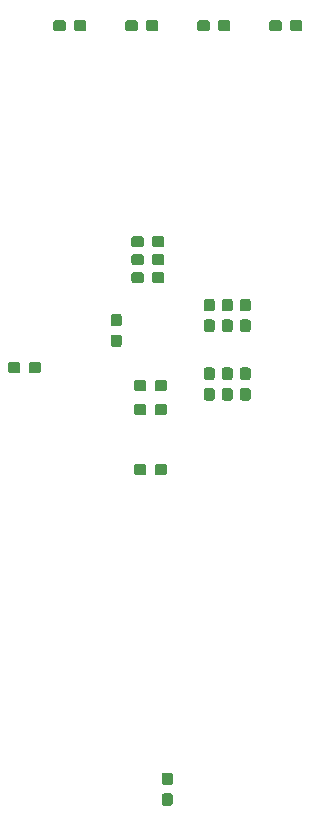
<source format=gbr>
G04 #@! TF.GenerationSoftware,KiCad,Pcbnew,5.0.2-bee76a0~70~ubuntu18.04.1*
G04 #@! TF.CreationDate,2019-04-23T19:40:41+10:00*
G04 #@! TF.ProjectId,minimoog,6d696e69-6d6f-46f6-972e-6b696361645f,rev?*
G04 #@! TF.SameCoordinates,Original*
G04 #@! TF.FileFunction,Paste,Bot*
G04 #@! TF.FilePolarity,Positive*
%FSLAX46Y46*%
G04 Gerber Fmt 4.6, Leading zero omitted, Abs format (unit mm)*
G04 Created by KiCad (PCBNEW 5.0.2-bee76a0~70~ubuntu18.04.1) date Tue 23 Apr 2019 19:40:41 AEST*
%MOMM*%
%LPD*%
G01*
G04 APERTURE LIST*
%ADD10C,0.100000*%
%ADD11C,0.950000*%
G04 APERTURE END LIST*
D10*
G04 #@! TO.C,R28*
G36*
X146310779Y-87078144D02*
X146333834Y-87081563D01*
X146356443Y-87087227D01*
X146378387Y-87095079D01*
X146399457Y-87105044D01*
X146419448Y-87117026D01*
X146438168Y-87130910D01*
X146455438Y-87146562D01*
X146471090Y-87163832D01*
X146484974Y-87182552D01*
X146496956Y-87202543D01*
X146506921Y-87223613D01*
X146514773Y-87245557D01*
X146520437Y-87268166D01*
X146523856Y-87291221D01*
X146525000Y-87314500D01*
X146525000Y-87889500D01*
X146523856Y-87912779D01*
X146520437Y-87935834D01*
X146514773Y-87958443D01*
X146506921Y-87980387D01*
X146496956Y-88001457D01*
X146484974Y-88021448D01*
X146471090Y-88040168D01*
X146455438Y-88057438D01*
X146438168Y-88073090D01*
X146419448Y-88086974D01*
X146399457Y-88098956D01*
X146378387Y-88108921D01*
X146356443Y-88116773D01*
X146333834Y-88122437D01*
X146310779Y-88125856D01*
X146287500Y-88127000D01*
X145812500Y-88127000D01*
X145789221Y-88125856D01*
X145766166Y-88122437D01*
X145743557Y-88116773D01*
X145721613Y-88108921D01*
X145700543Y-88098956D01*
X145680552Y-88086974D01*
X145661832Y-88073090D01*
X145644562Y-88057438D01*
X145628910Y-88040168D01*
X145615026Y-88021448D01*
X145603044Y-88001457D01*
X145593079Y-87980387D01*
X145585227Y-87958443D01*
X145579563Y-87935834D01*
X145576144Y-87912779D01*
X145575000Y-87889500D01*
X145575000Y-87314500D01*
X145576144Y-87291221D01*
X145579563Y-87268166D01*
X145585227Y-87245557D01*
X145593079Y-87223613D01*
X145603044Y-87202543D01*
X145615026Y-87182552D01*
X145628910Y-87163832D01*
X145644562Y-87146562D01*
X145661832Y-87130910D01*
X145680552Y-87117026D01*
X145700543Y-87105044D01*
X145721613Y-87095079D01*
X145743557Y-87087227D01*
X145766166Y-87081563D01*
X145789221Y-87078144D01*
X145812500Y-87077000D01*
X146287500Y-87077000D01*
X146310779Y-87078144D01*
X146310779Y-87078144D01*
G37*
D11*
X146050000Y-87602000D03*
D10*
G36*
X146310779Y-85328144D02*
X146333834Y-85331563D01*
X146356443Y-85337227D01*
X146378387Y-85345079D01*
X146399457Y-85355044D01*
X146419448Y-85367026D01*
X146438168Y-85380910D01*
X146455438Y-85396562D01*
X146471090Y-85413832D01*
X146484974Y-85432552D01*
X146496956Y-85452543D01*
X146506921Y-85473613D01*
X146514773Y-85495557D01*
X146520437Y-85518166D01*
X146523856Y-85541221D01*
X146525000Y-85564500D01*
X146525000Y-86139500D01*
X146523856Y-86162779D01*
X146520437Y-86185834D01*
X146514773Y-86208443D01*
X146506921Y-86230387D01*
X146496956Y-86251457D01*
X146484974Y-86271448D01*
X146471090Y-86290168D01*
X146455438Y-86307438D01*
X146438168Y-86323090D01*
X146419448Y-86336974D01*
X146399457Y-86348956D01*
X146378387Y-86358921D01*
X146356443Y-86366773D01*
X146333834Y-86372437D01*
X146310779Y-86375856D01*
X146287500Y-86377000D01*
X145812500Y-86377000D01*
X145789221Y-86375856D01*
X145766166Y-86372437D01*
X145743557Y-86366773D01*
X145721613Y-86358921D01*
X145700543Y-86348956D01*
X145680552Y-86336974D01*
X145661832Y-86323090D01*
X145644562Y-86307438D01*
X145628910Y-86290168D01*
X145615026Y-86271448D01*
X145603044Y-86251457D01*
X145593079Y-86230387D01*
X145585227Y-86208443D01*
X145579563Y-86185834D01*
X145576144Y-86162779D01*
X145575000Y-86139500D01*
X145575000Y-85564500D01*
X145576144Y-85541221D01*
X145579563Y-85518166D01*
X145585227Y-85495557D01*
X145593079Y-85473613D01*
X145603044Y-85452543D01*
X145615026Y-85432552D01*
X145628910Y-85413832D01*
X145644562Y-85396562D01*
X145661832Y-85380910D01*
X145680552Y-85367026D01*
X145700543Y-85355044D01*
X145721613Y-85345079D01*
X145743557Y-85337227D01*
X145766166Y-85331563D01*
X145789221Y-85328144D01*
X145812500Y-85327000D01*
X146287500Y-85327000D01*
X146310779Y-85328144D01*
X146310779Y-85328144D01*
G37*
D11*
X146050000Y-85852000D03*
G04 #@! TD*
D10*
G04 #@! TO.C,C2*
G36*
X142268779Y-86394144D02*
X142291834Y-86397563D01*
X142314443Y-86403227D01*
X142336387Y-86411079D01*
X142357457Y-86421044D01*
X142377448Y-86433026D01*
X142396168Y-86446910D01*
X142413438Y-86462562D01*
X142429090Y-86479832D01*
X142442974Y-86498552D01*
X142454956Y-86518543D01*
X142464921Y-86539613D01*
X142472773Y-86561557D01*
X142478437Y-86584166D01*
X142481856Y-86607221D01*
X142483000Y-86630500D01*
X142483000Y-87105500D01*
X142481856Y-87128779D01*
X142478437Y-87151834D01*
X142472773Y-87174443D01*
X142464921Y-87196387D01*
X142454956Y-87217457D01*
X142442974Y-87237448D01*
X142429090Y-87256168D01*
X142413438Y-87273438D01*
X142396168Y-87289090D01*
X142377448Y-87302974D01*
X142357457Y-87314956D01*
X142336387Y-87324921D01*
X142314443Y-87332773D01*
X142291834Y-87338437D01*
X142268779Y-87341856D01*
X142245500Y-87343000D01*
X141670500Y-87343000D01*
X141647221Y-87341856D01*
X141624166Y-87338437D01*
X141601557Y-87332773D01*
X141579613Y-87324921D01*
X141558543Y-87314956D01*
X141538552Y-87302974D01*
X141519832Y-87289090D01*
X141502562Y-87273438D01*
X141486910Y-87256168D01*
X141473026Y-87237448D01*
X141461044Y-87217457D01*
X141451079Y-87196387D01*
X141443227Y-87174443D01*
X141437563Y-87151834D01*
X141434144Y-87128779D01*
X141433000Y-87105500D01*
X141433000Y-86630500D01*
X141434144Y-86607221D01*
X141437563Y-86584166D01*
X141443227Y-86561557D01*
X141451079Y-86539613D01*
X141461044Y-86518543D01*
X141473026Y-86498552D01*
X141486910Y-86479832D01*
X141502562Y-86462562D01*
X141519832Y-86446910D01*
X141538552Y-86433026D01*
X141558543Y-86421044D01*
X141579613Y-86411079D01*
X141601557Y-86403227D01*
X141624166Y-86397563D01*
X141647221Y-86394144D01*
X141670500Y-86393000D01*
X142245500Y-86393000D01*
X142268779Y-86394144D01*
X142268779Y-86394144D01*
G37*
D11*
X141958000Y-86868000D03*
D10*
G36*
X140518779Y-86394144D02*
X140541834Y-86397563D01*
X140564443Y-86403227D01*
X140586387Y-86411079D01*
X140607457Y-86421044D01*
X140627448Y-86433026D01*
X140646168Y-86446910D01*
X140663438Y-86462562D01*
X140679090Y-86479832D01*
X140692974Y-86498552D01*
X140704956Y-86518543D01*
X140714921Y-86539613D01*
X140722773Y-86561557D01*
X140728437Y-86584166D01*
X140731856Y-86607221D01*
X140733000Y-86630500D01*
X140733000Y-87105500D01*
X140731856Y-87128779D01*
X140728437Y-87151834D01*
X140722773Y-87174443D01*
X140714921Y-87196387D01*
X140704956Y-87217457D01*
X140692974Y-87237448D01*
X140679090Y-87256168D01*
X140663438Y-87273438D01*
X140646168Y-87289090D01*
X140627448Y-87302974D01*
X140607457Y-87314956D01*
X140586387Y-87324921D01*
X140564443Y-87332773D01*
X140541834Y-87338437D01*
X140518779Y-87341856D01*
X140495500Y-87343000D01*
X139920500Y-87343000D01*
X139897221Y-87341856D01*
X139874166Y-87338437D01*
X139851557Y-87332773D01*
X139829613Y-87324921D01*
X139808543Y-87314956D01*
X139788552Y-87302974D01*
X139769832Y-87289090D01*
X139752562Y-87273438D01*
X139736910Y-87256168D01*
X139723026Y-87237448D01*
X139711044Y-87217457D01*
X139701079Y-87196387D01*
X139693227Y-87174443D01*
X139687563Y-87151834D01*
X139684144Y-87128779D01*
X139683000Y-87105500D01*
X139683000Y-86630500D01*
X139684144Y-86607221D01*
X139687563Y-86584166D01*
X139693227Y-86561557D01*
X139701079Y-86539613D01*
X139711044Y-86518543D01*
X139723026Y-86498552D01*
X139736910Y-86479832D01*
X139752562Y-86462562D01*
X139769832Y-86446910D01*
X139788552Y-86433026D01*
X139808543Y-86421044D01*
X139829613Y-86411079D01*
X139851557Y-86403227D01*
X139874166Y-86397563D01*
X139897221Y-86394144D01*
X139920500Y-86393000D01*
X140495500Y-86393000D01*
X140518779Y-86394144D01*
X140518779Y-86394144D01*
G37*
D11*
X140208000Y-86868000D03*
G04 #@! TD*
D10*
G04 #@! TO.C,C9*
G36*
X142754779Y-119632144D02*
X142777834Y-119635563D01*
X142800443Y-119641227D01*
X142822387Y-119649079D01*
X142843457Y-119659044D01*
X142863448Y-119671026D01*
X142882168Y-119684910D01*
X142899438Y-119700562D01*
X142915090Y-119717832D01*
X142928974Y-119736552D01*
X142940956Y-119756543D01*
X142950921Y-119777613D01*
X142958773Y-119799557D01*
X142964437Y-119822166D01*
X142967856Y-119845221D01*
X142969000Y-119868500D01*
X142969000Y-120443500D01*
X142967856Y-120466779D01*
X142964437Y-120489834D01*
X142958773Y-120512443D01*
X142950921Y-120534387D01*
X142940956Y-120555457D01*
X142928974Y-120575448D01*
X142915090Y-120594168D01*
X142899438Y-120611438D01*
X142882168Y-120627090D01*
X142863448Y-120640974D01*
X142843457Y-120652956D01*
X142822387Y-120662921D01*
X142800443Y-120670773D01*
X142777834Y-120676437D01*
X142754779Y-120679856D01*
X142731500Y-120681000D01*
X142256500Y-120681000D01*
X142233221Y-120679856D01*
X142210166Y-120676437D01*
X142187557Y-120670773D01*
X142165613Y-120662921D01*
X142144543Y-120652956D01*
X142124552Y-120640974D01*
X142105832Y-120627090D01*
X142088562Y-120611438D01*
X142072910Y-120594168D01*
X142059026Y-120575448D01*
X142047044Y-120555457D01*
X142037079Y-120534387D01*
X142029227Y-120512443D01*
X142023563Y-120489834D01*
X142020144Y-120466779D01*
X142019000Y-120443500D01*
X142019000Y-119868500D01*
X142020144Y-119845221D01*
X142023563Y-119822166D01*
X142029227Y-119799557D01*
X142037079Y-119777613D01*
X142047044Y-119756543D01*
X142059026Y-119736552D01*
X142072910Y-119717832D01*
X142088562Y-119700562D01*
X142105832Y-119684910D01*
X142124552Y-119671026D01*
X142144543Y-119659044D01*
X142165613Y-119649079D01*
X142187557Y-119641227D01*
X142210166Y-119635563D01*
X142233221Y-119632144D01*
X142256500Y-119631000D01*
X142731500Y-119631000D01*
X142754779Y-119632144D01*
X142754779Y-119632144D01*
G37*
D11*
X142494000Y-120156000D03*
D10*
G36*
X142754779Y-121382144D02*
X142777834Y-121385563D01*
X142800443Y-121391227D01*
X142822387Y-121399079D01*
X142843457Y-121409044D01*
X142863448Y-121421026D01*
X142882168Y-121434910D01*
X142899438Y-121450562D01*
X142915090Y-121467832D01*
X142928974Y-121486552D01*
X142940956Y-121506543D01*
X142950921Y-121527613D01*
X142958773Y-121549557D01*
X142964437Y-121572166D01*
X142967856Y-121595221D01*
X142969000Y-121618500D01*
X142969000Y-122193500D01*
X142967856Y-122216779D01*
X142964437Y-122239834D01*
X142958773Y-122262443D01*
X142950921Y-122284387D01*
X142940956Y-122305457D01*
X142928974Y-122325448D01*
X142915090Y-122344168D01*
X142899438Y-122361438D01*
X142882168Y-122377090D01*
X142863448Y-122390974D01*
X142843457Y-122402956D01*
X142822387Y-122412921D01*
X142800443Y-122420773D01*
X142777834Y-122426437D01*
X142754779Y-122429856D01*
X142731500Y-122431000D01*
X142256500Y-122431000D01*
X142233221Y-122429856D01*
X142210166Y-122426437D01*
X142187557Y-122420773D01*
X142165613Y-122412921D01*
X142144543Y-122402956D01*
X142124552Y-122390974D01*
X142105832Y-122377090D01*
X142088562Y-122361438D01*
X142072910Y-122344168D01*
X142059026Y-122325448D01*
X142047044Y-122305457D01*
X142037079Y-122284387D01*
X142029227Y-122262443D01*
X142023563Y-122239834D01*
X142020144Y-122216779D01*
X142019000Y-122193500D01*
X142019000Y-121618500D01*
X142020144Y-121595221D01*
X142023563Y-121572166D01*
X142029227Y-121549557D01*
X142037079Y-121527613D01*
X142047044Y-121506543D01*
X142059026Y-121486552D01*
X142072910Y-121467832D01*
X142088562Y-121450562D01*
X142105832Y-121434910D01*
X142124552Y-121421026D01*
X142144543Y-121409044D01*
X142165613Y-121399079D01*
X142187557Y-121391227D01*
X142210166Y-121385563D01*
X142233221Y-121382144D01*
X142256500Y-121381000D01*
X142731500Y-121381000D01*
X142754779Y-121382144D01*
X142754779Y-121382144D01*
G37*
D11*
X142494000Y-121906000D03*
G04 #@! TD*
D10*
G04 #@! TO.C,R23*
G36*
X146310779Y-81264144D02*
X146333834Y-81267563D01*
X146356443Y-81273227D01*
X146378387Y-81281079D01*
X146399457Y-81291044D01*
X146419448Y-81303026D01*
X146438168Y-81316910D01*
X146455438Y-81332562D01*
X146471090Y-81349832D01*
X146484974Y-81368552D01*
X146496956Y-81388543D01*
X146506921Y-81409613D01*
X146514773Y-81431557D01*
X146520437Y-81454166D01*
X146523856Y-81477221D01*
X146525000Y-81500500D01*
X146525000Y-82075500D01*
X146523856Y-82098779D01*
X146520437Y-82121834D01*
X146514773Y-82144443D01*
X146506921Y-82166387D01*
X146496956Y-82187457D01*
X146484974Y-82207448D01*
X146471090Y-82226168D01*
X146455438Y-82243438D01*
X146438168Y-82259090D01*
X146419448Y-82272974D01*
X146399457Y-82284956D01*
X146378387Y-82294921D01*
X146356443Y-82302773D01*
X146333834Y-82308437D01*
X146310779Y-82311856D01*
X146287500Y-82313000D01*
X145812500Y-82313000D01*
X145789221Y-82311856D01*
X145766166Y-82308437D01*
X145743557Y-82302773D01*
X145721613Y-82294921D01*
X145700543Y-82284956D01*
X145680552Y-82272974D01*
X145661832Y-82259090D01*
X145644562Y-82243438D01*
X145628910Y-82226168D01*
X145615026Y-82207448D01*
X145603044Y-82187457D01*
X145593079Y-82166387D01*
X145585227Y-82144443D01*
X145579563Y-82121834D01*
X145576144Y-82098779D01*
X145575000Y-82075500D01*
X145575000Y-81500500D01*
X145576144Y-81477221D01*
X145579563Y-81454166D01*
X145585227Y-81431557D01*
X145593079Y-81409613D01*
X145603044Y-81388543D01*
X145615026Y-81368552D01*
X145628910Y-81349832D01*
X145644562Y-81332562D01*
X145661832Y-81316910D01*
X145680552Y-81303026D01*
X145700543Y-81291044D01*
X145721613Y-81281079D01*
X145743557Y-81273227D01*
X145766166Y-81267563D01*
X145789221Y-81264144D01*
X145812500Y-81263000D01*
X146287500Y-81263000D01*
X146310779Y-81264144D01*
X146310779Y-81264144D01*
G37*
D11*
X146050000Y-81788000D03*
D10*
G36*
X146310779Y-79514144D02*
X146333834Y-79517563D01*
X146356443Y-79523227D01*
X146378387Y-79531079D01*
X146399457Y-79541044D01*
X146419448Y-79553026D01*
X146438168Y-79566910D01*
X146455438Y-79582562D01*
X146471090Y-79599832D01*
X146484974Y-79618552D01*
X146496956Y-79638543D01*
X146506921Y-79659613D01*
X146514773Y-79681557D01*
X146520437Y-79704166D01*
X146523856Y-79727221D01*
X146525000Y-79750500D01*
X146525000Y-80325500D01*
X146523856Y-80348779D01*
X146520437Y-80371834D01*
X146514773Y-80394443D01*
X146506921Y-80416387D01*
X146496956Y-80437457D01*
X146484974Y-80457448D01*
X146471090Y-80476168D01*
X146455438Y-80493438D01*
X146438168Y-80509090D01*
X146419448Y-80522974D01*
X146399457Y-80534956D01*
X146378387Y-80544921D01*
X146356443Y-80552773D01*
X146333834Y-80558437D01*
X146310779Y-80561856D01*
X146287500Y-80563000D01*
X145812500Y-80563000D01*
X145789221Y-80561856D01*
X145766166Y-80558437D01*
X145743557Y-80552773D01*
X145721613Y-80544921D01*
X145700543Y-80534956D01*
X145680552Y-80522974D01*
X145661832Y-80509090D01*
X145644562Y-80493438D01*
X145628910Y-80476168D01*
X145615026Y-80457448D01*
X145603044Y-80437457D01*
X145593079Y-80416387D01*
X145585227Y-80394443D01*
X145579563Y-80371834D01*
X145576144Y-80348779D01*
X145575000Y-80325500D01*
X145575000Y-79750500D01*
X145576144Y-79727221D01*
X145579563Y-79704166D01*
X145585227Y-79681557D01*
X145593079Y-79659613D01*
X145603044Y-79638543D01*
X145615026Y-79618552D01*
X145628910Y-79599832D01*
X145644562Y-79582562D01*
X145661832Y-79566910D01*
X145680552Y-79553026D01*
X145700543Y-79541044D01*
X145721613Y-79531079D01*
X145743557Y-79523227D01*
X145766166Y-79517563D01*
X145789221Y-79514144D01*
X145812500Y-79513000D01*
X146287500Y-79513000D01*
X146310779Y-79514144D01*
X146310779Y-79514144D01*
G37*
D11*
X146050000Y-80038000D03*
G04 #@! TD*
D10*
G04 #@! TO.C,R11*
G36*
X153726779Y-55914144D02*
X153749834Y-55917563D01*
X153772443Y-55923227D01*
X153794387Y-55931079D01*
X153815457Y-55941044D01*
X153835448Y-55953026D01*
X153854168Y-55966910D01*
X153871438Y-55982562D01*
X153887090Y-55999832D01*
X153900974Y-56018552D01*
X153912956Y-56038543D01*
X153922921Y-56059613D01*
X153930773Y-56081557D01*
X153936437Y-56104166D01*
X153939856Y-56127221D01*
X153941000Y-56150500D01*
X153941000Y-56625500D01*
X153939856Y-56648779D01*
X153936437Y-56671834D01*
X153930773Y-56694443D01*
X153922921Y-56716387D01*
X153912956Y-56737457D01*
X153900974Y-56757448D01*
X153887090Y-56776168D01*
X153871438Y-56793438D01*
X153854168Y-56809090D01*
X153835448Y-56822974D01*
X153815457Y-56834956D01*
X153794387Y-56844921D01*
X153772443Y-56852773D01*
X153749834Y-56858437D01*
X153726779Y-56861856D01*
X153703500Y-56863000D01*
X153128500Y-56863000D01*
X153105221Y-56861856D01*
X153082166Y-56858437D01*
X153059557Y-56852773D01*
X153037613Y-56844921D01*
X153016543Y-56834956D01*
X152996552Y-56822974D01*
X152977832Y-56809090D01*
X152960562Y-56793438D01*
X152944910Y-56776168D01*
X152931026Y-56757448D01*
X152919044Y-56737457D01*
X152909079Y-56716387D01*
X152901227Y-56694443D01*
X152895563Y-56671834D01*
X152892144Y-56648779D01*
X152891000Y-56625500D01*
X152891000Y-56150500D01*
X152892144Y-56127221D01*
X152895563Y-56104166D01*
X152901227Y-56081557D01*
X152909079Y-56059613D01*
X152919044Y-56038543D01*
X152931026Y-56018552D01*
X152944910Y-55999832D01*
X152960562Y-55982562D01*
X152977832Y-55966910D01*
X152996552Y-55953026D01*
X153016543Y-55941044D01*
X153037613Y-55931079D01*
X153059557Y-55923227D01*
X153082166Y-55917563D01*
X153105221Y-55914144D01*
X153128500Y-55913000D01*
X153703500Y-55913000D01*
X153726779Y-55914144D01*
X153726779Y-55914144D01*
G37*
D11*
X153416000Y-56388000D03*
D10*
G36*
X151976779Y-55914144D02*
X151999834Y-55917563D01*
X152022443Y-55923227D01*
X152044387Y-55931079D01*
X152065457Y-55941044D01*
X152085448Y-55953026D01*
X152104168Y-55966910D01*
X152121438Y-55982562D01*
X152137090Y-55999832D01*
X152150974Y-56018552D01*
X152162956Y-56038543D01*
X152172921Y-56059613D01*
X152180773Y-56081557D01*
X152186437Y-56104166D01*
X152189856Y-56127221D01*
X152191000Y-56150500D01*
X152191000Y-56625500D01*
X152189856Y-56648779D01*
X152186437Y-56671834D01*
X152180773Y-56694443D01*
X152172921Y-56716387D01*
X152162956Y-56737457D01*
X152150974Y-56757448D01*
X152137090Y-56776168D01*
X152121438Y-56793438D01*
X152104168Y-56809090D01*
X152085448Y-56822974D01*
X152065457Y-56834956D01*
X152044387Y-56844921D01*
X152022443Y-56852773D01*
X151999834Y-56858437D01*
X151976779Y-56861856D01*
X151953500Y-56863000D01*
X151378500Y-56863000D01*
X151355221Y-56861856D01*
X151332166Y-56858437D01*
X151309557Y-56852773D01*
X151287613Y-56844921D01*
X151266543Y-56834956D01*
X151246552Y-56822974D01*
X151227832Y-56809090D01*
X151210562Y-56793438D01*
X151194910Y-56776168D01*
X151181026Y-56757448D01*
X151169044Y-56737457D01*
X151159079Y-56716387D01*
X151151227Y-56694443D01*
X151145563Y-56671834D01*
X151142144Y-56648779D01*
X151141000Y-56625500D01*
X151141000Y-56150500D01*
X151142144Y-56127221D01*
X151145563Y-56104166D01*
X151151227Y-56081557D01*
X151159079Y-56059613D01*
X151169044Y-56038543D01*
X151181026Y-56018552D01*
X151194910Y-55999832D01*
X151210562Y-55982562D01*
X151227832Y-55966910D01*
X151246552Y-55953026D01*
X151266543Y-55941044D01*
X151287613Y-55931079D01*
X151309557Y-55923227D01*
X151332166Y-55917563D01*
X151355221Y-55914144D01*
X151378500Y-55913000D01*
X151953500Y-55913000D01*
X151976779Y-55914144D01*
X151976779Y-55914144D01*
G37*
D11*
X151666000Y-56388000D03*
G04 #@! TD*
D10*
G04 #@! TO.C,R12*
G36*
X145880779Y-55914144D02*
X145903834Y-55917563D01*
X145926443Y-55923227D01*
X145948387Y-55931079D01*
X145969457Y-55941044D01*
X145989448Y-55953026D01*
X146008168Y-55966910D01*
X146025438Y-55982562D01*
X146041090Y-55999832D01*
X146054974Y-56018552D01*
X146066956Y-56038543D01*
X146076921Y-56059613D01*
X146084773Y-56081557D01*
X146090437Y-56104166D01*
X146093856Y-56127221D01*
X146095000Y-56150500D01*
X146095000Y-56625500D01*
X146093856Y-56648779D01*
X146090437Y-56671834D01*
X146084773Y-56694443D01*
X146076921Y-56716387D01*
X146066956Y-56737457D01*
X146054974Y-56757448D01*
X146041090Y-56776168D01*
X146025438Y-56793438D01*
X146008168Y-56809090D01*
X145989448Y-56822974D01*
X145969457Y-56834956D01*
X145948387Y-56844921D01*
X145926443Y-56852773D01*
X145903834Y-56858437D01*
X145880779Y-56861856D01*
X145857500Y-56863000D01*
X145282500Y-56863000D01*
X145259221Y-56861856D01*
X145236166Y-56858437D01*
X145213557Y-56852773D01*
X145191613Y-56844921D01*
X145170543Y-56834956D01*
X145150552Y-56822974D01*
X145131832Y-56809090D01*
X145114562Y-56793438D01*
X145098910Y-56776168D01*
X145085026Y-56757448D01*
X145073044Y-56737457D01*
X145063079Y-56716387D01*
X145055227Y-56694443D01*
X145049563Y-56671834D01*
X145046144Y-56648779D01*
X145045000Y-56625500D01*
X145045000Y-56150500D01*
X145046144Y-56127221D01*
X145049563Y-56104166D01*
X145055227Y-56081557D01*
X145063079Y-56059613D01*
X145073044Y-56038543D01*
X145085026Y-56018552D01*
X145098910Y-55999832D01*
X145114562Y-55982562D01*
X145131832Y-55966910D01*
X145150552Y-55953026D01*
X145170543Y-55941044D01*
X145191613Y-55931079D01*
X145213557Y-55923227D01*
X145236166Y-55917563D01*
X145259221Y-55914144D01*
X145282500Y-55913000D01*
X145857500Y-55913000D01*
X145880779Y-55914144D01*
X145880779Y-55914144D01*
G37*
D11*
X145570000Y-56388000D03*
D10*
G36*
X147630779Y-55914144D02*
X147653834Y-55917563D01*
X147676443Y-55923227D01*
X147698387Y-55931079D01*
X147719457Y-55941044D01*
X147739448Y-55953026D01*
X147758168Y-55966910D01*
X147775438Y-55982562D01*
X147791090Y-55999832D01*
X147804974Y-56018552D01*
X147816956Y-56038543D01*
X147826921Y-56059613D01*
X147834773Y-56081557D01*
X147840437Y-56104166D01*
X147843856Y-56127221D01*
X147845000Y-56150500D01*
X147845000Y-56625500D01*
X147843856Y-56648779D01*
X147840437Y-56671834D01*
X147834773Y-56694443D01*
X147826921Y-56716387D01*
X147816956Y-56737457D01*
X147804974Y-56757448D01*
X147791090Y-56776168D01*
X147775438Y-56793438D01*
X147758168Y-56809090D01*
X147739448Y-56822974D01*
X147719457Y-56834956D01*
X147698387Y-56844921D01*
X147676443Y-56852773D01*
X147653834Y-56858437D01*
X147630779Y-56861856D01*
X147607500Y-56863000D01*
X147032500Y-56863000D01*
X147009221Y-56861856D01*
X146986166Y-56858437D01*
X146963557Y-56852773D01*
X146941613Y-56844921D01*
X146920543Y-56834956D01*
X146900552Y-56822974D01*
X146881832Y-56809090D01*
X146864562Y-56793438D01*
X146848910Y-56776168D01*
X146835026Y-56757448D01*
X146823044Y-56737457D01*
X146813079Y-56716387D01*
X146805227Y-56694443D01*
X146799563Y-56671834D01*
X146796144Y-56648779D01*
X146795000Y-56625500D01*
X146795000Y-56150500D01*
X146796144Y-56127221D01*
X146799563Y-56104166D01*
X146805227Y-56081557D01*
X146813079Y-56059613D01*
X146823044Y-56038543D01*
X146835026Y-56018552D01*
X146848910Y-55999832D01*
X146864562Y-55982562D01*
X146881832Y-55966910D01*
X146900552Y-55953026D01*
X146920543Y-55941044D01*
X146941613Y-55931079D01*
X146963557Y-55923227D01*
X146986166Y-55917563D01*
X147009221Y-55914144D01*
X147032500Y-55913000D01*
X147607500Y-55913000D01*
X147630779Y-55914144D01*
X147630779Y-55914144D01*
G37*
D11*
X147320000Y-56388000D03*
G04 #@! TD*
D10*
G04 #@! TO.C,R13*
G36*
X141534779Y-55914144D02*
X141557834Y-55917563D01*
X141580443Y-55923227D01*
X141602387Y-55931079D01*
X141623457Y-55941044D01*
X141643448Y-55953026D01*
X141662168Y-55966910D01*
X141679438Y-55982562D01*
X141695090Y-55999832D01*
X141708974Y-56018552D01*
X141720956Y-56038543D01*
X141730921Y-56059613D01*
X141738773Y-56081557D01*
X141744437Y-56104166D01*
X141747856Y-56127221D01*
X141749000Y-56150500D01*
X141749000Y-56625500D01*
X141747856Y-56648779D01*
X141744437Y-56671834D01*
X141738773Y-56694443D01*
X141730921Y-56716387D01*
X141720956Y-56737457D01*
X141708974Y-56757448D01*
X141695090Y-56776168D01*
X141679438Y-56793438D01*
X141662168Y-56809090D01*
X141643448Y-56822974D01*
X141623457Y-56834956D01*
X141602387Y-56844921D01*
X141580443Y-56852773D01*
X141557834Y-56858437D01*
X141534779Y-56861856D01*
X141511500Y-56863000D01*
X140936500Y-56863000D01*
X140913221Y-56861856D01*
X140890166Y-56858437D01*
X140867557Y-56852773D01*
X140845613Y-56844921D01*
X140824543Y-56834956D01*
X140804552Y-56822974D01*
X140785832Y-56809090D01*
X140768562Y-56793438D01*
X140752910Y-56776168D01*
X140739026Y-56757448D01*
X140727044Y-56737457D01*
X140717079Y-56716387D01*
X140709227Y-56694443D01*
X140703563Y-56671834D01*
X140700144Y-56648779D01*
X140699000Y-56625500D01*
X140699000Y-56150500D01*
X140700144Y-56127221D01*
X140703563Y-56104166D01*
X140709227Y-56081557D01*
X140717079Y-56059613D01*
X140727044Y-56038543D01*
X140739026Y-56018552D01*
X140752910Y-55999832D01*
X140768562Y-55982562D01*
X140785832Y-55966910D01*
X140804552Y-55953026D01*
X140824543Y-55941044D01*
X140845613Y-55931079D01*
X140867557Y-55923227D01*
X140890166Y-55917563D01*
X140913221Y-55914144D01*
X140936500Y-55913000D01*
X141511500Y-55913000D01*
X141534779Y-55914144D01*
X141534779Y-55914144D01*
G37*
D11*
X141224000Y-56388000D03*
D10*
G36*
X139784779Y-55914144D02*
X139807834Y-55917563D01*
X139830443Y-55923227D01*
X139852387Y-55931079D01*
X139873457Y-55941044D01*
X139893448Y-55953026D01*
X139912168Y-55966910D01*
X139929438Y-55982562D01*
X139945090Y-55999832D01*
X139958974Y-56018552D01*
X139970956Y-56038543D01*
X139980921Y-56059613D01*
X139988773Y-56081557D01*
X139994437Y-56104166D01*
X139997856Y-56127221D01*
X139999000Y-56150500D01*
X139999000Y-56625500D01*
X139997856Y-56648779D01*
X139994437Y-56671834D01*
X139988773Y-56694443D01*
X139980921Y-56716387D01*
X139970956Y-56737457D01*
X139958974Y-56757448D01*
X139945090Y-56776168D01*
X139929438Y-56793438D01*
X139912168Y-56809090D01*
X139893448Y-56822974D01*
X139873457Y-56834956D01*
X139852387Y-56844921D01*
X139830443Y-56852773D01*
X139807834Y-56858437D01*
X139784779Y-56861856D01*
X139761500Y-56863000D01*
X139186500Y-56863000D01*
X139163221Y-56861856D01*
X139140166Y-56858437D01*
X139117557Y-56852773D01*
X139095613Y-56844921D01*
X139074543Y-56834956D01*
X139054552Y-56822974D01*
X139035832Y-56809090D01*
X139018562Y-56793438D01*
X139002910Y-56776168D01*
X138989026Y-56757448D01*
X138977044Y-56737457D01*
X138967079Y-56716387D01*
X138959227Y-56694443D01*
X138953563Y-56671834D01*
X138950144Y-56648779D01*
X138949000Y-56625500D01*
X138949000Y-56150500D01*
X138950144Y-56127221D01*
X138953563Y-56104166D01*
X138959227Y-56081557D01*
X138967079Y-56059613D01*
X138977044Y-56038543D01*
X138989026Y-56018552D01*
X139002910Y-55999832D01*
X139018562Y-55982562D01*
X139035832Y-55966910D01*
X139054552Y-55953026D01*
X139074543Y-55941044D01*
X139095613Y-55931079D01*
X139117557Y-55923227D01*
X139140166Y-55917563D01*
X139163221Y-55914144D01*
X139186500Y-55913000D01*
X139761500Y-55913000D01*
X139784779Y-55914144D01*
X139784779Y-55914144D01*
G37*
D11*
X139474000Y-56388000D03*
G04 #@! TD*
D10*
G04 #@! TO.C,R14*
G36*
X133688779Y-55914144D02*
X133711834Y-55917563D01*
X133734443Y-55923227D01*
X133756387Y-55931079D01*
X133777457Y-55941044D01*
X133797448Y-55953026D01*
X133816168Y-55966910D01*
X133833438Y-55982562D01*
X133849090Y-55999832D01*
X133862974Y-56018552D01*
X133874956Y-56038543D01*
X133884921Y-56059613D01*
X133892773Y-56081557D01*
X133898437Y-56104166D01*
X133901856Y-56127221D01*
X133903000Y-56150500D01*
X133903000Y-56625500D01*
X133901856Y-56648779D01*
X133898437Y-56671834D01*
X133892773Y-56694443D01*
X133884921Y-56716387D01*
X133874956Y-56737457D01*
X133862974Y-56757448D01*
X133849090Y-56776168D01*
X133833438Y-56793438D01*
X133816168Y-56809090D01*
X133797448Y-56822974D01*
X133777457Y-56834956D01*
X133756387Y-56844921D01*
X133734443Y-56852773D01*
X133711834Y-56858437D01*
X133688779Y-56861856D01*
X133665500Y-56863000D01*
X133090500Y-56863000D01*
X133067221Y-56861856D01*
X133044166Y-56858437D01*
X133021557Y-56852773D01*
X132999613Y-56844921D01*
X132978543Y-56834956D01*
X132958552Y-56822974D01*
X132939832Y-56809090D01*
X132922562Y-56793438D01*
X132906910Y-56776168D01*
X132893026Y-56757448D01*
X132881044Y-56737457D01*
X132871079Y-56716387D01*
X132863227Y-56694443D01*
X132857563Y-56671834D01*
X132854144Y-56648779D01*
X132853000Y-56625500D01*
X132853000Y-56150500D01*
X132854144Y-56127221D01*
X132857563Y-56104166D01*
X132863227Y-56081557D01*
X132871079Y-56059613D01*
X132881044Y-56038543D01*
X132893026Y-56018552D01*
X132906910Y-55999832D01*
X132922562Y-55982562D01*
X132939832Y-55966910D01*
X132958552Y-55953026D01*
X132978543Y-55941044D01*
X132999613Y-55931079D01*
X133021557Y-55923227D01*
X133044166Y-55917563D01*
X133067221Y-55914144D01*
X133090500Y-55913000D01*
X133665500Y-55913000D01*
X133688779Y-55914144D01*
X133688779Y-55914144D01*
G37*
D11*
X133378000Y-56388000D03*
D10*
G36*
X135438779Y-55914144D02*
X135461834Y-55917563D01*
X135484443Y-55923227D01*
X135506387Y-55931079D01*
X135527457Y-55941044D01*
X135547448Y-55953026D01*
X135566168Y-55966910D01*
X135583438Y-55982562D01*
X135599090Y-55999832D01*
X135612974Y-56018552D01*
X135624956Y-56038543D01*
X135634921Y-56059613D01*
X135642773Y-56081557D01*
X135648437Y-56104166D01*
X135651856Y-56127221D01*
X135653000Y-56150500D01*
X135653000Y-56625500D01*
X135651856Y-56648779D01*
X135648437Y-56671834D01*
X135642773Y-56694443D01*
X135634921Y-56716387D01*
X135624956Y-56737457D01*
X135612974Y-56757448D01*
X135599090Y-56776168D01*
X135583438Y-56793438D01*
X135566168Y-56809090D01*
X135547448Y-56822974D01*
X135527457Y-56834956D01*
X135506387Y-56844921D01*
X135484443Y-56852773D01*
X135461834Y-56858437D01*
X135438779Y-56861856D01*
X135415500Y-56863000D01*
X134840500Y-56863000D01*
X134817221Y-56861856D01*
X134794166Y-56858437D01*
X134771557Y-56852773D01*
X134749613Y-56844921D01*
X134728543Y-56834956D01*
X134708552Y-56822974D01*
X134689832Y-56809090D01*
X134672562Y-56793438D01*
X134656910Y-56776168D01*
X134643026Y-56757448D01*
X134631044Y-56737457D01*
X134621079Y-56716387D01*
X134613227Y-56694443D01*
X134607563Y-56671834D01*
X134604144Y-56648779D01*
X134603000Y-56625500D01*
X134603000Y-56150500D01*
X134604144Y-56127221D01*
X134607563Y-56104166D01*
X134613227Y-56081557D01*
X134621079Y-56059613D01*
X134631044Y-56038543D01*
X134643026Y-56018552D01*
X134656910Y-55999832D01*
X134672562Y-55982562D01*
X134689832Y-55966910D01*
X134708552Y-55953026D01*
X134728543Y-55941044D01*
X134749613Y-55931079D01*
X134771557Y-55923227D01*
X134794166Y-55917563D01*
X134817221Y-55914144D01*
X134840500Y-55913000D01*
X135415500Y-55913000D01*
X135438779Y-55914144D01*
X135438779Y-55914144D01*
G37*
D11*
X135128000Y-56388000D03*
G04 #@! TD*
D10*
G04 #@! TO.C,R15*
G36*
X142042779Y-77237718D02*
X142065834Y-77241137D01*
X142088443Y-77246801D01*
X142110387Y-77254653D01*
X142131457Y-77264618D01*
X142151448Y-77276600D01*
X142170168Y-77290484D01*
X142187438Y-77306136D01*
X142203090Y-77323406D01*
X142216974Y-77342126D01*
X142228956Y-77362117D01*
X142238921Y-77383187D01*
X142246773Y-77405131D01*
X142252437Y-77427740D01*
X142255856Y-77450795D01*
X142257000Y-77474074D01*
X142257000Y-77949074D01*
X142255856Y-77972353D01*
X142252437Y-77995408D01*
X142246773Y-78018017D01*
X142238921Y-78039961D01*
X142228956Y-78061031D01*
X142216974Y-78081022D01*
X142203090Y-78099742D01*
X142187438Y-78117012D01*
X142170168Y-78132664D01*
X142151448Y-78146548D01*
X142131457Y-78158530D01*
X142110387Y-78168495D01*
X142088443Y-78176347D01*
X142065834Y-78182011D01*
X142042779Y-78185430D01*
X142019500Y-78186574D01*
X141444500Y-78186574D01*
X141421221Y-78185430D01*
X141398166Y-78182011D01*
X141375557Y-78176347D01*
X141353613Y-78168495D01*
X141332543Y-78158530D01*
X141312552Y-78146548D01*
X141293832Y-78132664D01*
X141276562Y-78117012D01*
X141260910Y-78099742D01*
X141247026Y-78081022D01*
X141235044Y-78061031D01*
X141225079Y-78039961D01*
X141217227Y-78018017D01*
X141211563Y-77995408D01*
X141208144Y-77972353D01*
X141207000Y-77949074D01*
X141207000Y-77474074D01*
X141208144Y-77450795D01*
X141211563Y-77427740D01*
X141217227Y-77405131D01*
X141225079Y-77383187D01*
X141235044Y-77362117D01*
X141247026Y-77342126D01*
X141260910Y-77323406D01*
X141276562Y-77306136D01*
X141293832Y-77290484D01*
X141312552Y-77276600D01*
X141332543Y-77264618D01*
X141353613Y-77254653D01*
X141375557Y-77246801D01*
X141398166Y-77241137D01*
X141421221Y-77237718D01*
X141444500Y-77236574D01*
X142019500Y-77236574D01*
X142042779Y-77237718D01*
X142042779Y-77237718D01*
G37*
D11*
X141732000Y-77711574D03*
D10*
G36*
X140292779Y-77237718D02*
X140315834Y-77241137D01*
X140338443Y-77246801D01*
X140360387Y-77254653D01*
X140381457Y-77264618D01*
X140401448Y-77276600D01*
X140420168Y-77290484D01*
X140437438Y-77306136D01*
X140453090Y-77323406D01*
X140466974Y-77342126D01*
X140478956Y-77362117D01*
X140488921Y-77383187D01*
X140496773Y-77405131D01*
X140502437Y-77427740D01*
X140505856Y-77450795D01*
X140507000Y-77474074D01*
X140507000Y-77949074D01*
X140505856Y-77972353D01*
X140502437Y-77995408D01*
X140496773Y-78018017D01*
X140488921Y-78039961D01*
X140478956Y-78061031D01*
X140466974Y-78081022D01*
X140453090Y-78099742D01*
X140437438Y-78117012D01*
X140420168Y-78132664D01*
X140401448Y-78146548D01*
X140381457Y-78158530D01*
X140360387Y-78168495D01*
X140338443Y-78176347D01*
X140315834Y-78182011D01*
X140292779Y-78185430D01*
X140269500Y-78186574D01*
X139694500Y-78186574D01*
X139671221Y-78185430D01*
X139648166Y-78182011D01*
X139625557Y-78176347D01*
X139603613Y-78168495D01*
X139582543Y-78158530D01*
X139562552Y-78146548D01*
X139543832Y-78132664D01*
X139526562Y-78117012D01*
X139510910Y-78099742D01*
X139497026Y-78081022D01*
X139485044Y-78061031D01*
X139475079Y-78039961D01*
X139467227Y-78018017D01*
X139461563Y-77995408D01*
X139458144Y-77972353D01*
X139457000Y-77949074D01*
X139457000Y-77474074D01*
X139458144Y-77450795D01*
X139461563Y-77427740D01*
X139467227Y-77405131D01*
X139475079Y-77383187D01*
X139485044Y-77362117D01*
X139497026Y-77342126D01*
X139510910Y-77323406D01*
X139526562Y-77306136D01*
X139543832Y-77290484D01*
X139562552Y-77276600D01*
X139582543Y-77264618D01*
X139603613Y-77254653D01*
X139625557Y-77246801D01*
X139648166Y-77241137D01*
X139671221Y-77237718D01*
X139694500Y-77236574D01*
X140269500Y-77236574D01*
X140292779Y-77237718D01*
X140292779Y-77237718D01*
G37*
D11*
X139982000Y-77711574D03*
G04 #@! TD*
D10*
G04 #@! TO.C,R26*
G36*
X149358779Y-79514144D02*
X149381834Y-79517563D01*
X149404443Y-79523227D01*
X149426387Y-79531079D01*
X149447457Y-79541044D01*
X149467448Y-79553026D01*
X149486168Y-79566910D01*
X149503438Y-79582562D01*
X149519090Y-79599832D01*
X149532974Y-79618552D01*
X149544956Y-79638543D01*
X149554921Y-79659613D01*
X149562773Y-79681557D01*
X149568437Y-79704166D01*
X149571856Y-79727221D01*
X149573000Y-79750500D01*
X149573000Y-80325500D01*
X149571856Y-80348779D01*
X149568437Y-80371834D01*
X149562773Y-80394443D01*
X149554921Y-80416387D01*
X149544956Y-80437457D01*
X149532974Y-80457448D01*
X149519090Y-80476168D01*
X149503438Y-80493438D01*
X149486168Y-80509090D01*
X149467448Y-80522974D01*
X149447457Y-80534956D01*
X149426387Y-80544921D01*
X149404443Y-80552773D01*
X149381834Y-80558437D01*
X149358779Y-80561856D01*
X149335500Y-80563000D01*
X148860500Y-80563000D01*
X148837221Y-80561856D01*
X148814166Y-80558437D01*
X148791557Y-80552773D01*
X148769613Y-80544921D01*
X148748543Y-80534956D01*
X148728552Y-80522974D01*
X148709832Y-80509090D01*
X148692562Y-80493438D01*
X148676910Y-80476168D01*
X148663026Y-80457448D01*
X148651044Y-80437457D01*
X148641079Y-80416387D01*
X148633227Y-80394443D01*
X148627563Y-80371834D01*
X148624144Y-80348779D01*
X148623000Y-80325500D01*
X148623000Y-79750500D01*
X148624144Y-79727221D01*
X148627563Y-79704166D01*
X148633227Y-79681557D01*
X148641079Y-79659613D01*
X148651044Y-79638543D01*
X148663026Y-79618552D01*
X148676910Y-79599832D01*
X148692562Y-79582562D01*
X148709832Y-79566910D01*
X148728552Y-79553026D01*
X148748543Y-79541044D01*
X148769613Y-79531079D01*
X148791557Y-79523227D01*
X148814166Y-79517563D01*
X148837221Y-79514144D01*
X148860500Y-79513000D01*
X149335500Y-79513000D01*
X149358779Y-79514144D01*
X149358779Y-79514144D01*
G37*
D11*
X149098000Y-80038000D03*
D10*
G36*
X149358779Y-81264144D02*
X149381834Y-81267563D01*
X149404443Y-81273227D01*
X149426387Y-81281079D01*
X149447457Y-81291044D01*
X149467448Y-81303026D01*
X149486168Y-81316910D01*
X149503438Y-81332562D01*
X149519090Y-81349832D01*
X149532974Y-81368552D01*
X149544956Y-81388543D01*
X149554921Y-81409613D01*
X149562773Y-81431557D01*
X149568437Y-81454166D01*
X149571856Y-81477221D01*
X149573000Y-81500500D01*
X149573000Y-82075500D01*
X149571856Y-82098779D01*
X149568437Y-82121834D01*
X149562773Y-82144443D01*
X149554921Y-82166387D01*
X149544956Y-82187457D01*
X149532974Y-82207448D01*
X149519090Y-82226168D01*
X149503438Y-82243438D01*
X149486168Y-82259090D01*
X149467448Y-82272974D01*
X149447457Y-82284956D01*
X149426387Y-82294921D01*
X149404443Y-82302773D01*
X149381834Y-82308437D01*
X149358779Y-82311856D01*
X149335500Y-82313000D01*
X148860500Y-82313000D01*
X148837221Y-82311856D01*
X148814166Y-82308437D01*
X148791557Y-82302773D01*
X148769613Y-82294921D01*
X148748543Y-82284956D01*
X148728552Y-82272974D01*
X148709832Y-82259090D01*
X148692562Y-82243438D01*
X148676910Y-82226168D01*
X148663026Y-82207448D01*
X148651044Y-82187457D01*
X148641079Y-82166387D01*
X148633227Y-82144443D01*
X148627563Y-82121834D01*
X148624144Y-82098779D01*
X148623000Y-82075500D01*
X148623000Y-81500500D01*
X148624144Y-81477221D01*
X148627563Y-81454166D01*
X148633227Y-81431557D01*
X148641079Y-81409613D01*
X148651044Y-81388543D01*
X148663026Y-81368552D01*
X148676910Y-81349832D01*
X148692562Y-81332562D01*
X148709832Y-81316910D01*
X148728552Y-81303026D01*
X148748543Y-81291044D01*
X148769613Y-81281079D01*
X148791557Y-81273227D01*
X148814166Y-81267563D01*
X148837221Y-81264144D01*
X148860500Y-81263000D01*
X149335500Y-81263000D01*
X149358779Y-81264144D01*
X149358779Y-81264144D01*
G37*
D11*
X149098000Y-81788000D03*
G04 #@! TD*
D10*
G04 #@! TO.C,R25*
G36*
X147834779Y-87078144D02*
X147857834Y-87081563D01*
X147880443Y-87087227D01*
X147902387Y-87095079D01*
X147923457Y-87105044D01*
X147943448Y-87117026D01*
X147962168Y-87130910D01*
X147979438Y-87146562D01*
X147995090Y-87163832D01*
X148008974Y-87182552D01*
X148020956Y-87202543D01*
X148030921Y-87223613D01*
X148038773Y-87245557D01*
X148044437Y-87268166D01*
X148047856Y-87291221D01*
X148049000Y-87314500D01*
X148049000Y-87889500D01*
X148047856Y-87912779D01*
X148044437Y-87935834D01*
X148038773Y-87958443D01*
X148030921Y-87980387D01*
X148020956Y-88001457D01*
X148008974Y-88021448D01*
X147995090Y-88040168D01*
X147979438Y-88057438D01*
X147962168Y-88073090D01*
X147943448Y-88086974D01*
X147923457Y-88098956D01*
X147902387Y-88108921D01*
X147880443Y-88116773D01*
X147857834Y-88122437D01*
X147834779Y-88125856D01*
X147811500Y-88127000D01*
X147336500Y-88127000D01*
X147313221Y-88125856D01*
X147290166Y-88122437D01*
X147267557Y-88116773D01*
X147245613Y-88108921D01*
X147224543Y-88098956D01*
X147204552Y-88086974D01*
X147185832Y-88073090D01*
X147168562Y-88057438D01*
X147152910Y-88040168D01*
X147139026Y-88021448D01*
X147127044Y-88001457D01*
X147117079Y-87980387D01*
X147109227Y-87958443D01*
X147103563Y-87935834D01*
X147100144Y-87912779D01*
X147099000Y-87889500D01*
X147099000Y-87314500D01*
X147100144Y-87291221D01*
X147103563Y-87268166D01*
X147109227Y-87245557D01*
X147117079Y-87223613D01*
X147127044Y-87202543D01*
X147139026Y-87182552D01*
X147152910Y-87163832D01*
X147168562Y-87146562D01*
X147185832Y-87130910D01*
X147204552Y-87117026D01*
X147224543Y-87105044D01*
X147245613Y-87095079D01*
X147267557Y-87087227D01*
X147290166Y-87081563D01*
X147313221Y-87078144D01*
X147336500Y-87077000D01*
X147811500Y-87077000D01*
X147834779Y-87078144D01*
X147834779Y-87078144D01*
G37*
D11*
X147574000Y-87602000D03*
D10*
G36*
X147834779Y-85328144D02*
X147857834Y-85331563D01*
X147880443Y-85337227D01*
X147902387Y-85345079D01*
X147923457Y-85355044D01*
X147943448Y-85367026D01*
X147962168Y-85380910D01*
X147979438Y-85396562D01*
X147995090Y-85413832D01*
X148008974Y-85432552D01*
X148020956Y-85452543D01*
X148030921Y-85473613D01*
X148038773Y-85495557D01*
X148044437Y-85518166D01*
X148047856Y-85541221D01*
X148049000Y-85564500D01*
X148049000Y-86139500D01*
X148047856Y-86162779D01*
X148044437Y-86185834D01*
X148038773Y-86208443D01*
X148030921Y-86230387D01*
X148020956Y-86251457D01*
X148008974Y-86271448D01*
X147995090Y-86290168D01*
X147979438Y-86307438D01*
X147962168Y-86323090D01*
X147943448Y-86336974D01*
X147923457Y-86348956D01*
X147902387Y-86358921D01*
X147880443Y-86366773D01*
X147857834Y-86372437D01*
X147834779Y-86375856D01*
X147811500Y-86377000D01*
X147336500Y-86377000D01*
X147313221Y-86375856D01*
X147290166Y-86372437D01*
X147267557Y-86366773D01*
X147245613Y-86358921D01*
X147224543Y-86348956D01*
X147204552Y-86336974D01*
X147185832Y-86323090D01*
X147168562Y-86307438D01*
X147152910Y-86290168D01*
X147139026Y-86271448D01*
X147127044Y-86251457D01*
X147117079Y-86230387D01*
X147109227Y-86208443D01*
X147103563Y-86185834D01*
X147100144Y-86162779D01*
X147099000Y-86139500D01*
X147099000Y-85564500D01*
X147100144Y-85541221D01*
X147103563Y-85518166D01*
X147109227Y-85495557D01*
X147117079Y-85473613D01*
X147127044Y-85452543D01*
X147139026Y-85432552D01*
X147152910Y-85413832D01*
X147168562Y-85396562D01*
X147185832Y-85380910D01*
X147204552Y-85367026D01*
X147224543Y-85355044D01*
X147245613Y-85345079D01*
X147267557Y-85337227D01*
X147290166Y-85331563D01*
X147313221Y-85328144D01*
X147336500Y-85327000D01*
X147811500Y-85327000D01*
X147834779Y-85328144D01*
X147834779Y-85328144D01*
G37*
D11*
X147574000Y-85852000D03*
G04 #@! TD*
D10*
G04 #@! TO.C,R24*
G36*
X149358779Y-87078144D02*
X149381834Y-87081563D01*
X149404443Y-87087227D01*
X149426387Y-87095079D01*
X149447457Y-87105044D01*
X149467448Y-87117026D01*
X149486168Y-87130910D01*
X149503438Y-87146562D01*
X149519090Y-87163832D01*
X149532974Y-87182552D01*
X149544956Y-87202543D01*
X149554921Y-87223613D01*
X149562773Y-87245557D01*
X149568437Y-87268166D01*
X149571856Y-87291221D01*
X149573000Y-87314500D01*
X149573000Y-87889500D01*
X149571856Y-87912779D01*
X149568437Y-87935834D01*
X149562773Y-87958443D01*
X149554921Y-87980387D01*
X149544956Y-88001457D01*
X149532974Y-88021448D01*
X149519090Y-88040168D01*
X149503438Y-88057438D01*
X149486168Y-88073090D01*
X149467448Y-88086974D01*
X149447457Y-88098956D01*
X149426387Y-88108921D01*
X149404443Y-88116773D01*
X149381834Y-88122437D01*
X149358779Y-88125856D01*
X149335500Y-88127000D01*
X148860500Y-88127000D01*
X148837221Y-88125856D01*
X148814166Y-88122437D01*
X148791557Y-88116773D01*
X148769613Y-88108921D01*
X148748543Y-88098956D01*
X148728552Y-88086974D01*
X148709832Y-88073090D01*
X148692562Y-88057438D01*
X148676910Y-88040168D01*
X148663026Y-88021448D01*
X148651044Y-88001457D01*
X148641079Y-87980387D01*
X148633227Y-87958443D01*
X148627563Y-87935834D01*
X148624144Y-87912779D01*
X148623000Y-87889500D01*
X148623000Y-87314500D01*
X148624144Y-87291221D01*
X148627563Y-87268166D01*
X148633227Y-87245557D01*
X148641079Y-87223613D01*
X148651044Y-87202543D01*
X148663026Y-87182552D01*
X148676910Y-87163832D01*
X148692562Y-87146562D01*
X148709832Y-87130910D01*
X148728552Y-87117026D01*
X148748543Y-87105044D01*
X148769613Y-87095079D01*
X148791557Y-87087227D01*
X148814166Y-87081563D01*
X148837221Y-87078144D01*
X148860500Y-87077000D01*
X149335500Y-87077000D01*
X149358779Y-87078144D01*
X149358779Y-87078144D01*
G37*
D11*
X149098000Y-87602000D03*
D10*
G36*
X149358779Y-85328144D02*
X149381834Y-85331563D01*
X149404443Y-85337227D01*
X149426387Y-85345079D01*
X149447457Y-85355044D01*
X149467448Y-85367026D01*
X149486168Y-85380910D01*
X149503438Y-85396562D01*
X149519090Y-85413832D01*
X149532974Y-85432552D01*
X149544956Y-85452543D01*
X149554921Y-85473613D01*
X149562773Y-85495557D01*
X149568437Y-85518166D01*
X149571856Y-85541221D01*
X149573000Y-85564500D01*
X149573000Y-86139500D01*
X149571856Y-86162779D01*
X149568437Y-86185834D01*
X149562773Y-86208443D01*
X149554921Y-86230387D01*
X149544956Y-86251457D01*
X149532974Y-86271448D01*
X149519090Y-86290168D01*
X149503438Y-86307438D01*
X149486168Y-86323090D01*
X149467448Y-86336974D01*
X149447457Y-86348956D01*
X149426387Y-86358921D01*
X149404443Y-86366773D01*
X149381834Y-86372437D01*
X149358779Y-86375856D01*
X149335500Y-86377000D01*
X148860500Y-86377000D01*
X148837221Y-86375856D01*
X148814166Y-86372437D01*
X148791557Y-86366773D01*
X148769613Y-86358921D01*
X148748543Y-86348956D01*
X148728552Y-86336974D01*
X148709832Y-86323090D01*
X148692562Y-86307438D01*
X148676910Y-86290168D01*
X148663026Y-86271448D01*
X148651044Y-86251457D01*
X148641079Y-86230387D01*
X148633227Y-86208443D01*
X148627563Y-86185834D01*
X148624144Y-86162779D01*
X148623000Y-86139500D01*
X148623000Y-85564500D01*
X148624144Y-85541221D01*
X148627563Y-85518166D01*
X148633227Y-85495557D01*
X148641079Y-85473613D01*
X148651044Y-85452543D01*
X148663026Y-85432552D01*
X148676910Y-85413832D01*
X148692562Y-85396562D01*
X148709832Y-85380910D01*
X148728552Y-85367026D01*
X148748543Y-85355044D01*
X148769613Y-85345079D01*
X148791557Y-85337227D01*
X148814166Y-85331563D01*
X148837221Y-85328144D01*
X148860500Y-85327000D01*
X149335500Y-85327000D01*
X149358779Y-85328144D01*
X149358779Y-85328144D01*
G37*
D11*
X149098000Y-85852000D03*
G04 #@! TD*
D10*
G04 #@! TO.C,R21*
G36*
X140292779Y-74202144D02*
X140315834Y-74205563D01*
X140338443Y-74211227D01*
X140360387Y-74219079D01*
X140381457Y-74229044D01*
X140401448Y-74241026D01*
X140420168Y-74254910D01*
X140437438Y-74270562D01*
X140453090Y-74287832D01*
X140466974Y-74306552D01*
X140478956Y-74326543D01*
X140488921Y-74347613D01*
X140496773Y-74369557D01*
X140502437Y-74392166D01*
X140505856Y-74415221D01*
X140507000Y-74438500D01*
X140507000Y-74913500D01*
X140505856Y-74936779D01*
X140502437Y-74959834D01*
X140496773Y-74982443D01*
X140488921Y-75004387D01*
X140478956Y-75025457D01*
X140466974Y-75045448D01*
X140453090Y-75064168D01*
X140437438Y-75081438D01*
X140420168Y-75097090D01*
X140401448Y-75110974D01*
X140381457Y-75122956D01*
X140360387Y-75132921D01*
X140338443Y-75140773D01*
X140315834Y-75146437D01*
X140292779Y-75149856D01*
X140269500Y-75151000D01*
X139694500Y-75151000D01*
X139671221Y-75149856D01*
X139648166Y-75146437D01*
X139625557Y-75140773D01*
X139603613Y-75132921D01*
X139582543Y-75122956D01*
X139562552Y-75110974D01*
X139543832Y-75097090D01*
X139526562Y-75081438D01*
X139510910Y-75064168D01*
X139497026Y-75045448D01*
X139485044Y-75025457D01*
X139475079Y-75004387D01*
X139467227Y-74982443D01*
X139461563Y-74959834D01*
X139458144Y-74936779D01*
X139457000Y-74913500D01*
X139457000Y-74438500D01*
X139458144Y-74415221D01*
X139461563Y-74392166D01*
X139467227Y-74369557D01*
X139475079Y-74347613D01*
X139485044Y-74326543D01*
X139497026Y-74306552D01*
X139510910Y-74287832D01*
X139526562Y-74270562D01*
X139543832Y-74254910D01*
X139562552Y-74241026D01*
X139582543Y-74229044D01*
X139603613Y-74219079D01*
X139625557Y-74211227D01*
X139648166Y-74205563D01*
X139671221Y-74202144D01*
X139694500Y-74201000D01*
X140269500Y-74201000D01*
X140292779Y-74202144D01*
X140292779Y-74202144D01*
G37*
D11*
X139982000Y-74676000D03*
D10*
G36*
X142042779Y-74202144D02*
X142065834Y-74205563D01*
X142088443Y-74211227D01*
X142110387Y-74219079D01*
X142131457Y-74229044D01*
X142151448Y-74241026D01*
X142170168Y-74254910D01*
X142187438Y-74270562D01*
X142203090Y-74287832D01*
X142216974Y-74306552D01*
X142228956Y-74326543D01*
X142238921Y-74347613D01*
X142246773Y-74369557D01*
X142252437Y-74392166D01*
X142255856Y-74415221D01*
X142257000Y-74438500D01*
X142257000Y-74913500D01*
X142255856Y-74936779D01*
X142252437Y-74959834D01*
X142246773Y-74982443D01*
X142238921Y-75004387D01*
X142228956Y-75025457D01*
X142216974Y-75045448D01*
X142203090Y-75064168D01*
X142187438Y-75081438D01*
X142170168Y-75097090D01*
X142151448Y-75110974D01*
X142131457Y-75122956D01*
X142110387Y-75132921D01*
X142088443Y-75140773D01*
X142065834Y-75146437D01*
X142042779Y-75149856D01*
X142019500Y-75151000D01*
X141444500Y-75151000D01*
X141421221Y-75149856D01*
X141398166Y-75146437D01*
X141375557Y-75140773D01*
X141353613Y-75132921D01*
X141332543Y-75122956D01*
X141312552Y-75110974D01*
X141293832Y-75097090D01*
X141276562Y-75081438D01*
X141260910Y-75064168D01*
X141247026Y-75045448D01*
X141235044Y-75025457D01*
X141225079Y-75004387D01*
X141217227Y-74982443D01*
X141211563Y-74959834D01*
X141208144Y-74936779D01*
X141207000Y-74913500D01*
X141207000Y-74438500D01*
X141208144Y-74415221D01*
X141211563Y-74392166D01*
X141217227Y-74369557D01*
X141225079Y-74347613D01*
X141235044Y-74326543D01*
X141247026Y-74306552D01*
X141260910Y-74287832D01*
X141276562Y-74270562D01*
X141293832Y-74254910D01*
X141312552Y-74241026D01*
X141332543Y-74229044D01*
X141353613Y-74219079D01*
X141375557Y-74211227D01*
X141398166Y-74205563D01*
X141421221Y-74202144D01*
X141444500Y-74201000D01*
X142019500Y-74201000D01*
X142042779Y-74202144D01*
X142042779Y-74202144D01*
G37*
D11*
X141732000Y-74676000D03*
G04 #@! TD*
D10*
G04 #@! TO.C,R20*
G36*
X138436779Y-82537998D02*
X138459834Y-82541417D01*
X138482443Y-82547081D01*
X138504387Y-82554933D01*
X138525457Y-82564898D01*
X138545448Y-82576880D01*
X138564168Y-82590764D01*
X138581438Y-82606416D01*
X138597090Y-82623686D01*
X138610974Y-82642406D01*
X138622956Y-82662397D01*
X138632921Y-82683467D01*
X138640773Y-82705411D01*
X138646437Y-82728020D01*
X138649856Y-82751075D01*
X138651000Y-82774354D01*
X138651000Y-83349354D01*
X138649856Y-83372633D01*
X138646437Y-83395688D01*
X138640773Y-83418297D01*
X138632921Y-83440241D01*
X138622956Y-83461311D01*
X138610974Y-83481302D01*
X138597090Y-83500022D01*
X138581438Y-83517292D01*
X138564168Y-83532944D01*
X138545448Y-83546828D01*
X138525457Y-83558810D01*
X138504387Y-83568775D01*
X138482443Y-83576627D01*
X138459834Y-83582291D01*
X138436779Y-83585710D01*
X138413500Y-83586854D01*
X137938500Y-83586854D01*
X137915221Y-83585710D01*
X137892166Y-83582291D01*
X137869557Y-83576627D01*
X137847613Y-83568775D01*
X137826543Y-83558810D01*
X137806552Y-83546828D01*
X137787832Y-83532944D01*
X137770562Y-83517292D01*
X137754910Y-83500022D01*
X137741026Y-83481302D01*
X137729044Y-83461311D01*
X137719079Y-83440241D01*
X137711227Y-83418297D01*
X137705563Y-83395688D01*
X137702144Y-83372633D01*
X137701000Y-83349354D01*
X137701000Y-82774354D01*
X137702144Y-82751075D01*
X137705563Y-82728020D01*
X137711227Y-82705411D01*
X137719079Y-82683467D01*
X137729044Y-82662397D01*
X137741026Y-82642406D01*
X137754910Y-82623686D01*
X137770562Y-82606416D01*
X137787832Y-82590764D01*
X137806552Y-82576880D01*
X137826543Y-82564898D01*
X137847613Y-82554933D01*
X137869557Y-82547081D01*
X137892166Y-82541417D01*
X137915221Y-82537998D01*
X137938500Y-82536854D01*
X138413500Y-82536854D01*
X138436779Y-82537998D01*
X138436779Y-82537998D01*
G37*
D11*
X138176000Y-83061854D03*
D10*
G36*
X138436779Y-80787998D02*
X138459834Y-80791417D01*
X138482443Y-80797081D01*
X138504387Y-80804933D01*
X138525457Y-80814898D01*
X138545448Y-80826880D01*
X138564168Y-80840764D01*
X138581438Y-80856416D01*
X138597090Y-80873686D01*
X138610974Y-80892406D01*
X138622956Y-80912397D01*
X138632921Y-80933467D01*
X138640773Y-80955411D01*
X138646437Y-80978020D01*
X138649856Y-81001075D01*
X138651000Y-81024354D01*
X138651000Y-81599354D01*
X138649856Y-81622633D01*
X138646437Y-81645688D01*
X138640773Y-81668297D01*
X138632921Y-81690241D01*
X138622956Y-81711311D01*
X138610974Y-81731302D01*
X138597090Y-81750022D01*
X138581438Y-81767292D01*
X138564168Y-81782944D01*
X138545448Y-81796828D01*
X138525457Y-81808810D01*
X138504387Y-81818775D01*
X138482443Y-81826627D01*
X138459834Y-81832291D01*
X138436779Y-81835710D01*
X138413500Y-81836854D01*
X137938500Y-81836854D01*
X137915221Y-81835710D01*
X137892166Y-81832291D01*
X137869557Y-81826627D01*
X137847613Y-81818775D01*
X137826543Y-81808810D01*
X137806552Y-81796828D01*
X137787832Y-81782944D01*
X137770562Y-81767292D01*
X137754910Y-81750022D01*
X137741026Y-81731302D01*
X137729044Y-81711311D01*
X137719079Y-81690241D01*
X137711227Y-81668297D01*
X137705563Y-81645688D01*
X137702144Y-81622633D01*
X137701000Y-81599354D01*
X137701000Y-81024354D01*
X137702144Y-81001075D01*
X137705563Y-80978020D01*
X137711227Y-80955411D01*
X137719079Y-80933467D01*
X137729044Y-80912397D01*
X137741026Y-80892406D01*
X137754910Y-80873686D01*
X137770562Y-80856416D01*
X137787832Y-80840764D01*
X137806552Y-80826880D01*
X137826543Y-80814898D01*
X137847613Y-80804933D01*
X137869557Y-80797081D01*
X137892166Y-80791417D01*
X137915221Y-80787998D01*
X137938500Y-80786854D01*
X138413500Y-80786854D01*
X138436779Y-80787998D01*
X138436779Y-80787998D01*
G37*
D11*
X138176000Y-81311854D03*
G04 #@! TD*
D10*
G04 #@! TO.C,R19*
G36*
X140292779Y-75713718D02*
X140315834Y-75717137D01*
X140338443Y-75722801D01*
X140360387Y-75730653D01*
X140381457Y-75740618D01*
X140401448Y-75752600D01*
X140420168Y-75766484D01*
X140437438Y-75782136D01*
X140453090Y-75799406D01*
X140466974Y-75818126D01*
X140478956Y-75838117D01*
X140488921Y-75859187D01*
X140496773Y-75881131D01*
X140502437Y-75903740D01*
X140505856Y-75926795D01*
X140507000Y-75950074D01*
X140507000Y-76425074D01*
X140505856Y-76448353D01*
X140502437Y-76471408D01*
X140496773Y-76494017D01*
X140488921Y-76515961D01*
X140478956Y-76537031D01*
X140466974Y-76557022D01*
X140453090Y-76575742D01*
X140437438Y-76593012D01*
X140420168Y-76608664D01*
X140401448Y-76622548D01*
X140381457Y-76634530D01*
X140360387Y-76644495D01*
X140338443Y-76652347D01*
X140315834Y-76658011D01*
X140292779Y-76661430D01*
X140269500Y-76662574D01*
X139694500Y-76662574D01*
X139671221Y-76661430D01*
X139648166Y-76658011D01*
X139625557Y-76652347D01*
X139603613Y-76644495D01*
X139582543Y-76634530D01*
X139562552Y-76622548D01*
X139543832Y-76608664D01*
X139526562Y-76593012D01*
X139510910Y-76575742D01*
X139497026Y-76557022D01*
X139485044Y-76537031D01*
X139475079Y-76515961D01*
X139467227Y-76494017D01*
X139461563Y-76471408D01*
X139458144Y-76448353D01*
X139457000Y-76425074D01*
X139457000Y-75950074D01*
X139458144Y-75926795D01*
X139461563Y-75903740D01*
X139467227Y-75881131D01*
X139475079Y-75859187D01*
X139485044Y-75838117D01*
X139497026Y-75818126D01*
X139510910Y-75799406D01*
X139526562Y-75782136D01*
X139543832Y-75766484D01*
X139562552Y-75752600D01*
X139582543Y-75740618D01*
X139603613Y-75730653D01*
X139625557Y-75722801D01*
X139648166Y-75717137D01*
X139671221Y-75713718D01*
X139694500Y-75712574D01*
X140269500Y-75712574D01*
X140292779Y-75713718D01*
X140292779Y-75713718D01*
G37*
D11*
X139982000Y-76187574D03*
D10*
G36*
X142042779Y-75713718D02*
X142065834Y-75717137D01*
X142088443Y-75722801D01*
X142110387Y-75730653D01*
X142131457Y-75740618D01*
X142151448Y-75752600D01*
X142170168Y-75766484D01*
X142187438Y-75782136D01*
X142203090Y-75799406D01*
X142216974Y-75818126D01*
X142228956Y-75838117D01*
X142238921Y-75859187D01*
X142246773Y-75881131D01*
X142252437Y-75903740D01*
X142255856Y-75926795D01*
X142257000Y-75950074D01*
X142257000Y-76425074D01*
X142255856Y-76448353D01*
X142252437Y-76471408D01*
X142246773Y-76494017D01*
X142238921Y-76515961D01*
X142228956Y-76537031D01*
X142216974Y-76557022D01*
X142203090Y-76575742D01*
X142187438Y-76593012D01*
X142170168Y-76608664D01*
X142151448Y-76622548D01*
X142131457Y-76634530D01*
X142110387Y-76644495D01*
X142088443Y-76652347D01*
X142065834Y-76658011D01*
X142042779Y-76661430D01*
X142019500Y-76662574D01*
X141444500Y-76662574D01*
X141421221Y-76661430D01*
X141398166Y-76658011D01*
X141375557Y-76652347D01*
X141353613Y-76644495D01*
X141332543Y-76634530D01*
X141312552Y-76622548D01*
X141293832Y-76608664D01*
X141276562Y-76593012D01*
X141260910Y-76575742D01*
X141247026Y-76557022D01*
X141235044Y-76537031D01*
X141225079Y-76515961D01*
X141217227Y-76494017D01*
X141211563Y-76471408D01*
X141208144Y-76448353D01*
X141207000Y-76425074D01*
X141207000Y-75950074D01*
X141208144Y-75926795D01*
X141211563Y-75903740D01*
X141217227Y-75881131D01*
X141225079Y-75859187D01*
X141235044Y-75838117D01*
X141247026Y-75818126D01*
X141260910Y-75799406D01*
X141276562Y-75782136D01*
X141293832Y-75766484D01*
X141312552Y-75752600D01*
X141332543Y-75740618D01*
X141353613Y-75730653D01*
X141375557Y-75722801D01*
X141398166Y-75717137D01*
X141421221Y-75713718D01*
X141444500Y-75712574D01*
X142019500Y-75712574D01*
X142042779Y-75713718D01*
X142042779Y-75713718D01*
G37*
D11*
X141732000Y-76187574D03*
G04 #@! TD*
D10*
G04 #@! TO.C,R18*
G36*
X131600779Y-84870144D02*
X131623834Y-84873563D01*
X131646443Y-84879227D01*
X131668387Y-84887079D01*
X131689457Y-84897044D01*
X131709448Y-84909026D01*
X131728168Y-84922910D01*
X131745438Y-84938562D01*
X131761090Y-84955832D01*
X131774974Y-84974552D01*
X131786956Y-84994543D01*
X131796921Y-85015613D01*
X131804773Y-85037557D01*
X131810437Y-85060166D01*
X131813856Y-85083221D01*
X131815000Y-85106500D01*
X131815000Y-85581500D01*
X131813856Y-85604779D01*
X131810437Y-85627834D01*
X131804773Y-85650443D01*
X131796921Y-85672387D01*
X131786956Y-85693457D01*
X131774974Y-85713448D01*
X131761090Y-85732168D01*
X131745438Y-85749438D01*
X131728168Y-85765090D01*
X131709448Y-85778974D01*
X131689457Y-85790956D01*
X131668387Y-85800921D01*
X131646443Y-85808773D01*
X131623834Y-85814437D01*
X131600779Y-85817856D01*
X131577500Y-85819000D01*
X131002500Y-85819000D01*
X130979221Y-85817856D01*
X130956166Y-85814437D01*
X130933557Y-85808773D01*
X130911613Y-85800921D01*
X130890543Y-85790956D01*
X130870552Y-85778974D01*
X130851832Y-85765090D01*
X130834562Y-85749438D01*
X130818910Y-85732168D01*
X130805026Y-85713448D01*
X130793044Y-85693457D01*
X130783079Y-85672387D01*
X130775227Y-85650443D01*
X130769563Y-85627834D01*
X130766144Y-85604779D01*
X130765000Y-85581500D01*
X130765000Y-85106500D01*
X130766144Y-85083221D01*
X130769563Y-85060166D01*
X130775227Y-85037557D01*
X130783079Y-85015613D01*
X130793044Y-84994543D01*
X130805026Y-84974552D01*
X130818910Y-84955832D01*
X130834562Y-84938562D01*
X130851832Y-84922910D01*
X130870552Y-84909026D01*
X130890543Y-84897044D01*
X130911613Y-84887079D01*
X130933557Y-84879227D01*
X130956166Y-84873563D01*
X130979221Y-84870144D01*
X131002500Y-84869000D01*
X131577500Y-84869000D01*
X131600779Y-84870144D01*
X131600779Y-84870144D01*
G37*
D11*
X131290000Y-85344000D03*
D10*
G36*
X129850779Y-84870144D02*
X129873834Y-84873563D01*
X129896443Y-84879227D01*
X129918387Y-84887079D01*
X129939457Y-84897044D01*
X129959448Y-84909026D01*
X129978168Y-84922910D01*
X129995438Y-84938562D01*
X130011090Y-84955832D01*
X130024974Y-84974552D01*
X130036956Y-84994543D01*
X130046921Y-85015613D01*
X130054773Y-85037557D01*
X130060437Y-85060166D01*
X130063856Y-85083221D01*
X130065000Y-85106500D01*
X130065000Y-85581500D01*
X130063856Y-85604779D01*
X130060437Y-85627834D01*
X130054773Y-85650443D01*
X130046921Y-85672387D01*
X130036956Y-85693457D01*
X130024974Y-85713448D01*
X130011090Y-85732168D01*
X129995438Y-85749438D01*
X129978168Y-85765090D01*
X129959448Y-85778974D01*
X129939457Y-85790956D01*
X129918387Y-85800921D01*
X129896443Y-85808773D01*
X129873834Y-85814437D01*
X129850779Y-85817856D01*
X129827500Y-85819000D01*
X129252500Y-85819000D01*
X129229221Y-85817856D01*
X129206166Y-85814437D01*
X129183557Y-85808773D01*
X129161613Y-85800921D01*
X129140543Y-85790956D01*
X129120552Y-85778974D01*
X129101832Y-85765090D01*
X129084562Y-85749438D01*
X129068910Y-85732168D01*
X129055026Y-85713448D01*
X129043044Y-85693457D01*
X129033079Y-85672387D01*
X129025227Y-85650443D01*
X129019563Y-85627834D01*
X129016144Y-85604779D01*
X129015000Y-85581500D01*
X129015000Y-85106500D01*
X129016144Y-85083221D01*
X129019563Y-85060166D01*
X129025227Y-85037557D01*
X129033079Y-85015613D01*
X129043044Y-84994543D01*
X129055026Y-84974552D01*
X129068910Y-84955832D01*
X129084562Y-84938562D01*
X129101832Y-84922910D01*
X129120552Y-84909026D01*
X129140543Y-84897044D01*
X129161613Y-84887079D01*
X129183557Y-84879227D01*
X129206166Y-84873563D01*
X129229221Y-84870144D01*
X129252500Y-84869000D01*
X129827500Y-84869000D01*
X129850779Y-84870144D01*
X129850779Y-84870144D01*
G37*
D11*
X129540000Y-85344000D03*
G04 #@! TD*
D10*
G04 #@! TO.C,R17*
G36*
X142268779Y-93506144D02*
X142291834Y-93509563D01*
X142314443Y-93515227D01*
X142336387Y-93523079D01*
X142357457Y-93533044D01*
X142377448Y-93545026D01*
X142396168Y-93558910D01*
X142413438Y-93574562D01*
X142429090Y-93591832D01*
X142442974Y-93610552D01*
X142454956Y-93630543D01*
X142464921Y-93651613D01*
X142472773Y-93673557D01*
X142478437Y-93696166D01*
X142481856Y-93719221D01*
X142483000Y-93742500D01*
X142483000Y-94217500D01*
X142481856Y-94240779D01*
X142478437Y-94263834D01*
X142472773Y-94286443D01*
X142464921Y-94308387D01*
X142454956Y-94329457D01*
X142442974Y-94349448D01*
X142429090Y-94368168D01*
X142413438Y-94385438D01*
X142396168Y-94401090D01*
X142377448Y-94414974D01*
X142357457Y-94426956D01*
X142336387Y-94436921D01*
X142314443Y-94444773D01*
X142291834Y-94450437D01*
X142268779Y-94453856D01*
X142245500Y-94455000D01*
X141670500Y-94455000D01*
X141647221Y-94453856D01*
X141624166Y-94450437D01*
X141601557Y-94444773D01*
X141579613Y-94436921D01*
X141558543Y-94426956D01*
X141538552Y-94414974D01*
X141519832Y-94401090D01*
X141502562Y-94385438D01*
X141486910Y-94368168D01*
X141473026Y-94349448D01*
X141461044Y-94329457D01*
X141451079Y-94308387D01*
X141443227Y-94286443D01*
X141437563Y-94263834D01*
X141434144Y-94240779D01*
X141433000Y-94217500D01*
X141433000Y-93742500D01*
X141434144Y-93719221D01*
X141437563Y-93696166D01*
X141443227Y-93673557D01*
X141451079Y-93651613D01*
X141461044Y-93630543D01*
X141473026Y-93610552D01*
X141486910Y-93591832D01*
X141502562Y-93574562D01*
X141519832Y-93558910D01*
X141538552Y-93545026D01*
X141558543Y-93533044D01*
X141579613Y-93523079D01*
X141601557Y-93515227D01*
X141624166Y-93509563D01*
X141647221Y-93506144D01*
X141670500Y-93505000D01*
X142245500Y-93505000D01*
X142268779Y-93506144D01*
X142268779Y-93506144D01*
G37*
D11*
X141958000Y-93980000D03*
D10*
G36*
X140518779Y-93506144D02*
X140541834Y-93509563D01*
X140564443Y-93515227D01*
X140586387Y-93523079D01*
X140607457Y-93533044D01*
X140627448Y-93545026D01*
X140646168Y-93558910D01*
X140663438Y-93574562D01*
X140679090Y-93591832D01*
X140692974Y-93610552D01*
X140704956Y-93630543D01*
X140714921Y-93651613D01*
X140722773Y-93673557D01*
X140728437Y-93696166D01*
X140731856Y-93719221D01*
X140733000Y-93742500D01*
X140733000Y-94217500D01*
X140731856Y-94240779D01*
X140728437Y-94263834D01*
X140722773Y-94286443D01*
X140714921Y-94308387D01*
X140704956Y-94329457D01*
X140692974Y-94349448D01*
X140679090Y-94368168D01*
X140663438Y-94385438D01*
X140646168Y-94401090D01*
X140627448Y-94414974D01*
X140607457Y-94426956D01*
X140586387Y-94436921D01*
X140564443Y-94444773D01*
X140541834Y-94450437D01*
X140518779Y-94453856D01*
X140495500Y-94455000D01*
X139920500Y-94455000D01*
X139897221Y-94453856D01*
X139874166Y-94450437D01*
X139851557Y-94444773D01*
X139829613Y-94436921D01*
X139808543Y-94426956D01*
X139788552Y-94414974D01*
X139769832Y-94401090D01*
X139752562Y-94385438D01*
X139736910Y-94368168D01*
X139723026Y-94349448D01*
X139711044Y-94329457D01*
X139701079Y-94308387D01*
X139693227Y-94286443D01*
X139687563Y-94263834D01*
X139684144Y-94240779D01*
X139683000Y-94217500D01*
X139683000Y-93742500D01*
X139684144Y-93719221D01*
X139687563Y-93696166D01*
X139693227Y-93673557D01*
X139701079Y-93651613D01*
X139711044Y-93630543D01*
X139723026Y-93610552D01*
X139736910Y-93591832D01*
X139752562Y-93574562D01*
X139769832Y-93558910D01*
X139788552Y-93545026D01*
X139808543Y-93533044D01*
X139829613Y-93523079D01*
X139851557Y-93515227D01*
X139874166Y-93509563D01*
X139897221Y-93506144D01*
X139920500Y-93505000D01*
X140495500Y-93505000D01*
X140518779Y-93506144D01*
X140518779Y-93506144D01*
G37*
D11*
X140208000Y-93980000D03*
G04 #@! TD*
D10*
G04 #@! TO.C,R27*
G36*
X147834779Y-79514144D02*
X147857834Y-79517563D01*
X147880443Y-79523227D01*
X147902387Y-79531079D01*
X147923457Y-79541044D01*
X147943448Y-79553026D01*
X147962168Y-79566910D01*
X147979438Y-79582562D01*
X147995090Y-79599832D01*
X148008974Y-79618552D01*
X148020956Y-79638543D01*
X148030921Y-79659613D01*
X148038773Y-79681557D01*
X148044437Y-79704166D01*
X148047856Y-79727221D01*
X148049000Y-79750500D01*
X148049000Y-80325500D01*
X148047856Y-80348779D01*
X148044437Y-80371834D01*
X148038773Y-80394443D01*
X148030921Y-80416387D01*
X148020956Y-80437457D01*
X148008974Y-80457448D01*
X147995090Y-80476168D01*
X147979438Y-80493438D01*
X147962168Y-80509090D01*
X147943448Y-80522974D01*
X147923457Y-80534956D01*
X147902387Y-80544921D01*
X147880443Y-80552773D01*
X147857834Y-80558437D01*
X147834779Y-80561856D01*
X147811500Y-80563000D01*
X147336500Y-80563000D01*
X147313221Y-80561856D01*
X147290166Y-80558437D01*
X147267557Y-80552773D01*
X147245613Y-80544921D01*
X147224543Y-80534956D01*
X147204552Y-80522974D01*
X147185832Y-80509090D01*
X147168562Y-80493438D01*
X147152910Y-80476168D01*
X147139026Y-80457448D01*
X147127044Y-80437457D01*
X147117079Y-80416387D01*
X147109227Y-80394443D01*
X147103563Y-80371834D01*
X147100144Y-80348779D01*
X147099000Y-80325500D01*
X147099000Y-79750500D01*
X147100144Y-79727221D01*
X147103563Y-79704166D01*
X147109227Y-79681557D01*
X147117079Y-79659613D01*
X147127044Y-79638543D01*
X147139026Y-79618552D01*
X147152910Y-79599832D01*
X147168562Y-79582562D01*
X147185832Y-79566910D01*
X147204552Y-79553026D01*
X147224543Y-79541044D01*
X147245613Y-79531079D01*
X147267557Y-79523227D01*
X147290166Y-79517563D01*
X147313221Y-79514144D01*
X147336500Y-79513000D01*
X147811500Y-79513000D01*
X147834779Y-79514144D01*
X147834779Y-79514144D01*
G37*
D11*
X147574000Y-80038000D03*
D10*
G36*
X147834779Y-81264144D02*
X147857834Y-81267563D01*
X147880443Y-81273227D01*
X147902387Y-81281079D01*
X147923457Y-81291044D01*
X147943448Y-81303026D01*
X147962168Y-81316910D01*
X147979438Y-81332562D01*
X147995090Y-81349832D01*
X148008974Y-81368552D01*
X148020956Y-81388543D01*
X148030921Y-81409613D01*
X148038773Y-81431557D01*
X148044437Y-81454166D01*
X148047856Y-81477221D01*
X148049000Y-81500500D01*
X148049000Y-82075500D01*
X148047856Y-82098779D01*
X148044437Y-82121834D01*
X148038773Y-82144443D01*
X148030921Y-82166387D01*
X148020956Y-82187457D01*
X148008974Y-82207448D01*
X147995090Y-82226168D01*
X147979438Y-82243438D01*
X147962168Y-82259090D01*
X147943448Y-82272974D01*
X147923457Y-82284956D01*
X147902387Y-82294921D01*
X147880443Y-82302773D01*
X147857834Y-82308437D01*
X147834779Y-82311856D01*
X147811500Y-82313000D01*
X147336500Y-82313000D01*
X147313221Y-82311856D01*
X147290166Y-82308437D01*
X147267557Y-82302773D01*
X147245613Y-82294921D01*
X147224543Y-82284956D01*
X147204552Y-82272974D01*
X147185832Y-82259090D01*
X147168562Y-82243438D01*
X147152910Y-82226168D01*
X147139026Y-82207448D01*
X147127044Y-82187457D01*
X147117079Y-82166387D01*
X147109227Y-82144443D01*
X147103563Y-82121834D01*
X147100144Y-82098779D01*
X147099000Y-82075500D01*
X147099000Y-81500500D01*
X147100144Y-81477221D01*
X147103563Y-81454166D01*
X147109227Y-81431557D01*
X147117079Y-81409613D01*
X147127044Y-81388543D01*
X147139026Y-81368552D01*
X147152910Y-81349832D01*
X147168562Y-81332562D01*
X147185832Y-81316910D01*
X147204552Y-81303026D01*
X147224543Y-81291044D01*
X147245613Y-81281079D01*
X147267557Y-81273227D01*
X147290166Y-81267563D01*
X147313221Y-81264144D01*
X147336500Y-81263000D01*
X147811500Y-81263000D01*
X147834779Y-81264144D01*
X147834779Y-81264144D01*
G37*
D11*
X147574000Y-81788000D03*
G04 #@! TD*
D10*
G04 #@! TO.C,R16*
G36*
X140518779Y-88426144D02*
X140541834Y-88429563D01*
X140564443Y-88435227D01*
X140586387Y-88443079D01*
X140607457Y-88453044D01*
X140627448Y-88465026D01*
X140646168Y-88478910D01*
X140663438Y-88494562D01*
X140679090Y-88511832D01*
X140692974Y-88530552D01*
X140704956Y-88550543D01*
X140714921Y-88571613D01*
X140722773Y-88593557D01*
X140728437Y-88616166D01*
X140731856Y-88639221D01*
X140733000Y-88662500D01*
X140733000Y-89137500D01*
X140731856Y-89160779D01*
X140728437Y-89183834D01*
X140722773Y-89206443D01*
X140714921Y-89228387D01*
X140704956Y-89249457D01*
X140692974Y-89269448D01*
X140679090Y-89288168D01*
X140663438Y-89305438D01*
X140646168Y-89321090D01*
X140627448Y-89334974D01*
X140607457Y-89346956D01*
X140586387Y-89356921D01*
X140564443Y-89364773D01*
X140541834Y-89370437D01*
X140518779Y-89373856D01*
X140495500Y-89375000D01*
X139920500Y-89375000D01*
X139897221Y-89373856D01*
X139874166Y-89370437D01*
X139851557Y-89364773D01*
X139829613Y-89356921D01*
X139808543Y-89346956D01*
X139788552Y-89334974D01*
X139769832Y-89321090D01*
X139752562Y-89305438D01*
X139736910Y-89288168D01*
X139723026Y-89269448D01*
X139711044Y-89249457D01*
X139701079Y-89228387D01*
X139693227Y-89206443D01*
X139687563Y-89183834D01*
X139684144Y-89160779D01*
X139683000Y-89137500D01*
X139683000Y-88662500D01*
X139684144Y-88639221D01*
X139687563Y-88616166D01*
X139693227Y-88593557D01*
X139701079Y-88571613D01*
X139711044Y-88550543D01*
X139723026Y-88530552D01*
X139736910Y-88511832D01*
X139752562Y-88494562D01*
X139769832Y-88478910D01*
X139788552Y-88465026D01*
X139808543Y-88453044D01*
X139829613Y-88443079D01*
X139851557Y-88435227D01*
X139874166Y-88429563D01*
X139897221Y-88426144D01*
X139920500Y-88425000D01*
X140495500Y-88425000D01*
X140518779Y-88426144D01*
X140518779Y-88426144D01*
G37*
D11*
X140208000Y-88900000D03*
D10*
G36*
X142268779Y-88426144D02*
X142291834Y-88429563D01*
X142314443Y-88435227D01*
X142336387Y-88443079D01*
X142357457Y-88453044D01*
X142377448Y-88465026D01*
X142396168Y-88478910D01*
X142413438Y-88494562D01*
X142429090Y-88511832D01*
X142442974Y-88530552D01*
X142454956Y-88550543D01*
X142464921Y-88571613D01*
X142472773Y-88593557D01*
X142478437Y-88616166D01*
X142481856Y-88639221D01*
X142483000Y-88662500D01*
X142483000Y-89137500D01*
X142481856Y-89160779D01*
X142478437Y-89183834D01*
X142472773Y-89206443D01*
X142464921Y-89228387D01*
X142454956Y-89249457D01*
X142442974Y-89269448D01*
X142429090Y-89288168D01*
X142413438Y-89305438D01*
X142396168Y-89321090D01*
X142377448Y-89334974D01*
X142357457Y-89346956D01*
X142336387Y-89356921D01*
X142314443Y-89364773D01*
X142291834Y-89370437D01*
X142268779Y-89373856D01*
X142245500Y-89375000D01*
X141670500Y-89375000D01*
X141647221Y-89373856D01*
X141624166Y-89370437D01*
X141601557Y-89364773D01*
X141579613Y-89356921D01*
X141558543Y-89346956D01*
X141538552Y-89334974D01*
X141519832Y-89321090D01*
X141502562Y-89305438D01*
X141486910Y-89288168D01*
X141473026Y-89269448D01*
X141461044Y-89249457D01*
X141451079Y-89228387D01*
X141443227Y-89206443D01*
X141437563Y-89183834D01*
X141434144Y-89160779D01*
X141433000Y-89137500D01*
X141433000Y-88662500D01*
X141434144Y-88639221D01*
X141437563Y-88616166D01*
X141443227Y-88593557D01*
X141451079Y-88571613D01*
X141461044Y-88550543D01*
X141473026Y-88530552D01*
X141486910Y-88511832D01*
X141502562Y-88494562D01*
X141519832Y-88478910D01*
X141538552Y-88465026D01*
X141558543Y-88453044D01*
X141579613Y-88443079D01*
X141601557Y-88435227D01*
X141624166Y-88429563D01*
X141647221Y-88426144D01*
X141670500Y-88425000D01*
X142245500Y-88425000D01*
X142268779Y-88426144D01*
X142268779Y-88426144D01*
G37*
D11*
X141958000Y-88900000D03*
G04 #@! TD*
M02*

</source>
